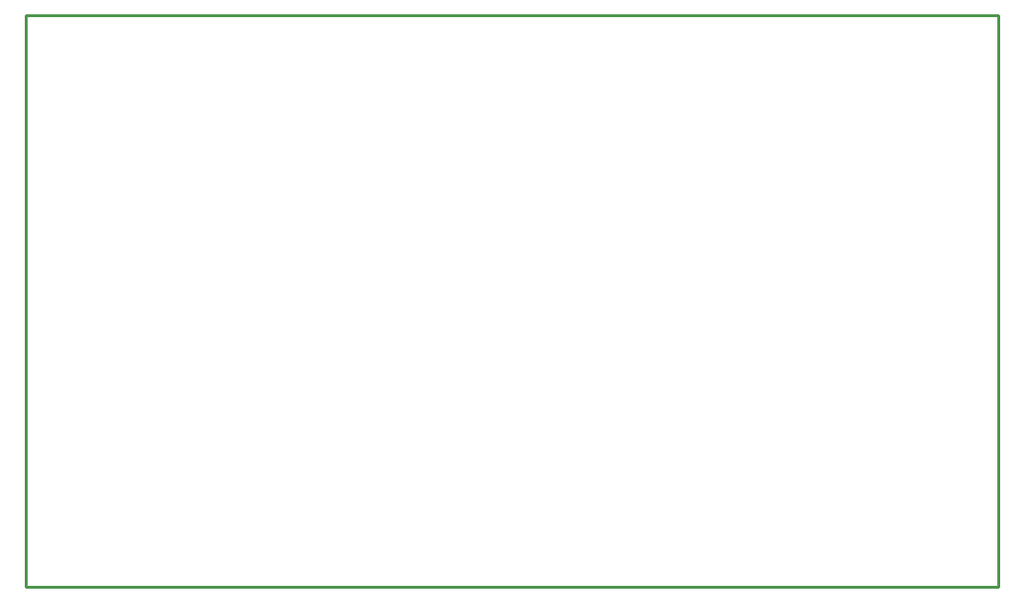
<source format=gm1>
G04*
G04 #@! TF.GenerationSoftware,Altium Limited,Altium Designer,20.1.14 (287)*
G04*
G04 Layer_Color=16711935*
%FSLAX25Y25*%
%MOIN*%
G70*
G04*
G04 #@! TF.SameCoordinates,7963FD37-A3EF-41C6-90A3-C7C30B782ED2*
G04*
G04*
G04 #@! TF.FilePolarity,Positive*
G04*
G01*
G75*
%ADD11C,0.01000*%
D11*
X130000Y335000D02*
X470000D01*
Y135000D02*
Y335000D01*
X130000Y135000D02*
X470000D01*
X130000D02*
Y335000D01*
M02*

</source>
